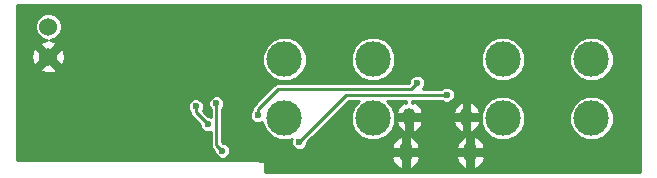
<source format=gbr>
G04 #@! TF.FileFunction,Copper,L2,Bot,Signal*
%FSLAX46Y46*%
G04 Gerber Fmt 4.6, Leading zero omitted, Abs format (unit mm)*
G04 Created by KiCad (PCBNEW 4.0.6) date 04/12/18 14:55:28*
%MOMM*%
%LPD*%
G01*
G04 APERTURE LIST*
%ADD10C,0.100000*%
%ADD11O,1.100000X1.500000*%
%ADD12O,1.200000X1.700000*%
%ADD13C,1.524000*%
%ADD14C,3.000000*%
%ADD15C,1.000000*%
%ADD16C,0.600000*%
%ADD17C,1.200000*%
%ADD18C,0.250000*%
%ADD19C,0.254000*%
G04 APERTURE END LIST*
D10*
D11*
X147830000Y-110130000D03*
X152670000Y-110130000D03*
D12*
X147520000Y-113130000D03*
X152980000Y-113130000D03*
D13*
X117250000Y-105040000D03*
X117250000Y-102500000D03*
D14*
X155750000Y-110250000D03*
X155750000Y-105250000D03*
X163250000Y-105250000D03*
X163250000Y-110250000D03*
X137250000Y-110250000D03*
X137250000Y-105250000D03*
X144750000Y-105250000D03*
X144750000Y-110250000D03*
D15*
X153250000Y-106250000D03*
X122750000Y-111250000D03*
D16*
X133750000Y-112000000D03*
D15*
X129750000Y-105500000D03*
D17*
X116000000Y-110750000D03*
D15*
X123000000Y-105500000D03*
X123000000Y-102750000D03*
D16*
X148500000Y-107250000D03*
X135000000Y-110000000D03*
X151000000Y-108250000D03*
X138500000Y-112250000D03*
X131500000Y-109000000D03*
X132000000Y-113000000D03*
X130750000Y-110750000D03*
X129750000Y-109250000D03*
D18*
X148500000Y-107250000D02*
X148000000Y-107750000D01*
X148000000Y-107750000D02*
X136750000Y-107750000D01*
X136750000Y-107750000D02*
X136500000Y-108000000D01*
X135000000Y-109500000D02*
X136500000Y-108000000D01*
X135000000Y-110000000D02*
X135000000Y-109500000D01*
X145250000Y-108250000D02*
X151000000Y-108250000D01*
X138500000Y-112250000D02*
X142500000Y-108250000D01*
X142500000Y-108250000D02*
X145250000Y-108250000D01*
X131500000Y-112500000D02*
X131500000Y-109000000D01*
X132000000Y-113000000D02*
X131500000Y-112500000D01*
X130750000Y-110750000D02*
X129750000Y-109750000D01*
X129750000Y-109750000D02*
X129750000Y-109250000D01*
D19*
G36*
X167373000Y-114823000D02*
X135627000Y-114823000D01*
X135627000Y-114000000D01*
X135616994Y-113950590D01*
X135588553Y-113908965D01*
X135546159Y-113881685D01*
X135500000Y-113873000D01*
X135189592Y-113873000D01*
X135163406Y-113855503D01*
X135000000Y-113823000D01*
X114627000Y-113823000D01*
X114627000Y-109384073D01*
X129072883Y-109384073D01*
X129175733Y-109632989D01*
X129248000Y-109705382D01*
X129248000Y-109749995D01*
X129247999Y-109750000D01*
X129286212Y-109942107D01*
X129395032Y-110104968D01*
X130072971Y-110782907D01*
X130072883Y-110884073D01*
X130175733Y-111132989D01*
X130366010Y-111323598D01*
X130614746Y-111426882D01*
X130884073Y-111427117D01*
X130998000Y-111380043D01*
X130998000Y-112499995D01*
X130997999Y-112500000D01*
X131036212Y-112692107D01*
X131145032Y-112854968D01*
X131322971Y-113032907D01*
X131322883Y-113134073D01*
X131425733Y-113382989D01*
X131616010Y-113573598D01*
X131864746Y-113676882D01*
X132134073Y-113677117D01*
X132382989Y-113574267D01*
X132386008Y-113571253D01*
X146299694Y-113571253D01*
X146465774Y-114023686D01*
X146792350Y-114378123D01*
X147085792Y-114536152D01*
X147272000Y-114427287D01*
X147272000Y-113378000D01*
X147768000Y-113378000D01*
X147768000Y-114427287D01*
X147954208Y-114536152D01*
X148247650Y-114378123D01*
X148574226Y-114023686D01*
X148740306Y-113571253D01*
X151759694Y-113571253D01*
X151925774Y-114023686D01*
X152252350Y-114378123D01*
X152545792Y-114536152D01*
X152732000Y-114427287D01*
X152732000Y-113378000D01*
X153228000Y-113378000D01*
X153228000Y-114427287D01*
X153414208Y-114536152D01*
X153707650Y-114378123D01*
X154034226Y-114023686D01*
X154200306Y-113571253D01*
X154056451Y-113378000D01*
X153228000Y-113378000D01*
X152732000Y-113378000D01*
X151903549Y-113378000D01*
X151759694Y-113571253D01*
X148740306Y-113571253D01*
X148596451Y-113378000D01*
X147768000Y-113378000D01*
X147272000Y-113378000D01*
X146443549Y-113378000D01*
X146299694Y-113571253D01*
X132386008Y-113571253D01*
X132573598Y-113383990D01*
X132676882Y-113135254D01*
X132677117Y-112865927D01*
X132574267Y-112617011D01*
X132383990Y-112426402D01*
X132135254Y-112323118D01*
X132032964Y-112323029D01*
X132002000Y-112292064D01*
X132002000Y-110134073D01*
X134322883Y-110134073D01*
X134425733Y-110382989D01*
X134616010Y-110573598D01*
X134864746Y-110676882D01*
X135134073Y-110677117D01*
X135372713Y-110578513D01*
X135372675Y-110621720D01*
X135657829Y-111311846D01*
X136185376Y-111840316D01*
X136875004Y-112126674D01*
X137621720Y-112127325D01*
X137858524Y-112029480D01*
X137823118Y-112114746D01*
X137822883Y-112384073D01*
X137925733Y-112632989D01*
X138116010Y-112823598D01*
X138364746Y-112926882D01*
X138634073Y-112927117D01*
X138882989Y-112824267D01*
X139018745Y-112688747D01*
X146299694Y-112688747D01*
X146443549Y-112882000D01*
X147272000Y-112882000D01*
X147272000Y-111832713D01*
X147768000Y-111832713D01*
X147768000Y-112882000D01*
X148596451Y-112882000D01*
X148740306Y-112688747D01*
X151759694Y-112688747D01*
X151903549Y-112882000D01*
X152732000Y-112882000D01*
X152732000Y-111832713D01*
X153228000Y-111832713D01*
X153228000Y-112882000D01*
X154056451Y-112882000D01*
X154200306Y-112688747D01*
X154034226Y-112236314D01*
X153707650Y-111881877D01*
X153414208Y-111723848D01*
X153228000Y-111832713D01*
X152732000Y-111832713D01*
X152545792Y-111723848D01*
X152252350Y-111881877D01*
X151925774Y-112236314D01*
X151759694Y-112688747D01*
X148740306Y-112688747D01*
X148574226Y-112236314D01*
X148247650Y-111881877D01*
X147954208Y-111723848D01*
X147768000Y-111832713D01*
X147272000Y-111832713D01*
X147085792Y-111723848D01*
X146792350Y-111881877D01*
X146465774Y-112236314D01*
X146299694Y-112688747D01*
X139018745Y-112688747D01*
X139073598Y-112633990D01*
X139176882Y-112385254D01*
X139176971Y-112282965D01*
X142707935Y-108752000D01*
X143593818Y-108752000D01*
X143159684Y-109185376D01*
X142873326Y-109875004D01*
X142872675Y-110621720D01*
X143157829Y-111311846D01*
X143685376Y-111840316D01*
X144375004Y-112126674D01*
X145121720Y-112127325D01*
X145811846Y-111842171D01*
X146340316Y-111314624D01*
X146626674Y-110624996D01*
X146626728Y-110561997D01*
X146672065Y-110561997D01*
X146848989Y-110987460D01*
X147175263Y-111312830D01*
X147403784Y-111435696D01*
X147582000Y-111325834D01*
X147582000Y-110378000D01*
X148078000Y-110378000D01*
X148078000Y-111325834D01*
X148256216Y-111435696D01*
X148484737Y-111312830D01*
X148811011Y-110987460D01*
X148987935Y-110561997D01*
X151512065Y-110561997D01*
X151688989Y-110987460D01*
X152015263Y-111312830D01*
X152243784Y-111435696D01*
X152422000Y-111325834D01*
X152422000Y-110378000D01*
X152918000Y-110378000D01*
X152918000Y-111325834D01*
X153096216Y-111435696D01*
X153324737Y-111312830D01*
X153651011Y-110987460D01*
X153803099Y-110621720D01*
X153872675Y-110621720D01*
X154157829Y-111311846D01*
X154685376Y-111840316D01*
X155375004Y-112126674D01*
X156121720Y-112127325D01*
X156811846Y-111842171D01*
X157340316Y-111314624D01*
X157626674Y-110624996D01*
X157626676Y-110621720D01*
X161372675Y-110621720D01*
X161657829Y-111311846D01*
X162185376Y-111840316D01*
X162875004Y-112126674D01*
X163621720Y-112127325D01*
X164311846Y-111842171D01*
X164840316Y-111314624D01*
X165126674Y-110624996D01*
X165127325Y-109878280D01*
X164842171Y-109188154D01*
X164314624Y-108659684D01*
X163624996Y-108373326D01*
X162878280Y-108372675D01*
X162188154Y-108657829D01*
X161659684Y-109185376D01*
X161373326Y-109875004D01*
X161372675Y-110621720D01*
X157626676Y-110621720D01*
X157627325Y-109878280D01*
X157342171Y-109188154D01*
X156814624Y-108659684D01*
X156124996Y-108373326D01*
X155378280Y-108372675D01*
X154688154Y-108657829D01*
X154159684Y-109185376D01*
X153873326Y-109875004D01*
X153872675Y-110621720D01*
X153803099Y-110621720D01*
X153827935Y-110561997D01*
X153691221Y-110378000D01*
X152918000Y-110378000D01*
X152422000Y-110378000D01*
X151648779Y-110378000D01*
X151512065Y-110561997D01*
X148987935Y-110561997D01*
X148851221Y-110378000D01*
X148078000Y-110378000D01*
X147582000Y-110378000D01*
X146808779Y-110378000D01*
X146672065Y-110561997D01*
X146626728Y-110561997D01*
X146627325Y-109878280D01*
X146342171Y-109188154D01*
X145906779Y-108752000D01*
X147581998Y-108752000D01*
X147581998Y-108934165D01*
X147403784Y-108824304D01*
X147175263Y-108947170D01*
X146848989Y-109272540D01*
X146672065Y-109698003D01*
X146808779Y-109882000D01*
X147582000Y-109882000D01*
X147582000Y-109862000D01*
X148078000Y-109862000D01*
X148078000Y-109882000D01*
X148851221Y-109882000D01*
X148987935Y-109698003D01*
X151512065Y-109698003D01*
X151648779Y-109882000D01*
X152422000Y-109882000D01*
X152422000Y-108934166D01*
X152918000Y-108934166D01*
X152918000Y-109882000D01*
X153691221Y-109882000D01*
X153827935Y-109698003D01*
X153651011Y-109272540D01*
X153324737Y-108947170D01*
X153096216Y-108824304D01*
X152918000Y-108934166D01*
X152422000Y-108934166D01*
X152243784Y-108824304D01*
X152015263Y-108947170D01*
X151688989Y-109272540D01*
X151512065Y-109698003D01*
X148987935Y-109698003D01*
X148811011Y-109272540D01*
X148484737Y-108947170D01*
X148256216Y-108824304D01*
X148078002Y-108934165D01*
X148078002Y-108752000D01*
X150544537Y-108752000D01*
X150616010Y-108823598D01*
X150864746Y-108926882D01*
X151134073Y-108927117D01*
X151382989Y-108824267D01*
X151573598Y-108633990D01*
X151676882Y-108385254D01*
X151677117Y-108115927D01*
X151574267Y-107867011D01*
X151383990Y-107676402D01*
X151135254Y-107573118D01*
X150865927Y-107572883D01*
X150617011Y-107675733D01*
X150544618Y-107748000D01*
X148959389Y-107748000D01*
X149073598Y-107633990D01*
X149176882Y-107385254D01*
X149177117Y-107115927D01*
X149074267Y-106867011D01*
X148883990Y-106676402D01*
X148635254Y-106573118D01*
X148365927Y-106572883D01*
X148117011Y-106675733D01*
X147926402Y-106866010D01*
X147823118Y-107114746D01*
X147823029Y-107217036D01*
X147792064Y-107248000D01*
X136750000Y-107248000D01*
X136557892Y-107286212D01*
X136492660Y-107329800D01*
X136395032Y-107395032D01*
X136395030Y-107395035D01*
X136145032Y-107645032D01*
X136145030Y-107645035D01*
X134645032Y-109145032D01*
X134536212Y-109307893D01*
X134497999Y-109500000D01*
X134498000Y-109500005D01*
X134498000Y-109544537D01*
X134426402Y-109616010D01*
X134323118Y-109864746D01*
X134322883Y-110134073D01*
X132002000Y-110134073D01*
X132002000Y-109455463D01*
X132073598Y-109383990D01*
X132176882Y-109135254D01*
X132177117Y-108865927D01*
X132074267Y-108617011D01*
X131883990Y-108426402D01*
X131635254Y-108323118D01*
X131365927Y-108322883D01*
X131117011Y-108425733D01*
X130926402Y-108616010D01*
X130823118Y-108864746D01*
X130822883Y-109134073D01*
X130925733Y-109382989D01*
X130998000Y-109455382D01*
X130998000Y-110119934D01*
X130885254Y-110073118D01*
X130782964Y-110073029D01*
X130329562Y-109619626D01*
X130426882Y-109385254D01*
X130427117Y-109115927D01*
X130324267Y-108867011D01*
X130133990Y-108676402D01*
X129885254Y-108573118D01*
X129615927Y-108572883D01*
X129367011Y-108675733D01*
X129176402Y-108866010D01*
X129073118Y-109114746D01*
X129072883Y-109384073D01*
X114627000Y-109384073D01*
X114627000Y-106092941D01*
X116547784Y-106092941D01*
X116626201Y-106320509D01*
X117163714Y-106461753D01*
X117714364Y-106386549D01*
X117873799Y-106320509D01*
X117952216Y-106092941D01*
X117250000Y-105390725D01*
X116547784Y-106092941D01*
X114627000Y-106092941D01*
X114627000Y-104953714D01*
X115828247Y-104953714D01*
X115903451Y-105504364D01*
X115969491Y-105663799D01*
X116197059Y-105742216D01*
X116899275Y-105040000D01*
X117600725Y-105040000D01*
X118302941Y-105742216D01*
X118530509Y-105663799D01*
X118541566Y-105621720D01*
X135372675Y-105621720D01*
X135657829Y-106311846D01*
X136185376Y-106840316D01*
X136875004Y-107126674D01*
X137621720Y-107127325D01*
X138311846Y-106842171D01*
X138840316Y-106314624D01*
X139126674Y-105624996D01*
X139126676Y-105621720D01*
X142872675Y-105621720D01*
X143157829Y-106311846D01*
X143685376Y-106840316D01*
X144375004Y-107126674D01*
X145121720Y-107127325D01*
X145811846Y-106842171D01*
X146340316Y-106314624D01*
X146626674Y-105624996D01*
X146626676Y-105621720D01*
X153872675Y-105621720D01*
X154157829Y-106311846D01*
X154685376Y-106840316D01*
X155375004Y-107126674D01*
X156121720Y-107127325D01*
X156811846Y-106842171D01*
X157340316Y-106314624D01*
X157626674Y-105624996D01*
X157626676Y-105621720D01*
X161372675Y-105621720D01*
X161657829Y-106311846D01*
X162185376Y-106840316D01*
X162875004Y-107126674D01*
X163621720Y-107127325D01*
X164311846Y-106842171D01*
X164840316Y-106314624D01*
X165126674Y-105624996D01*
X165127325Y-104878280D01*
X164842171Y-104188154D01*
X164314624Y-103659684D01*
X163624996Y-103373326D01*
X162878280Y-103372675D01*
X162188154Y-103657829D01*
X161659684Y-104185376D01*
X161373326Y-104875004D01*
X161372675Y-105621720D01*
X157626676Y-105621720D01*
X157627325Y-104878280D01*
X157342171Y-104188154D01*
X156814624Y-103659684D01*
X156124996Y-103373326D01*
X155378280Y-103372675D01*
X154688154Y-103657829D01*
X154159684Y-104185376D01*
X153873326Y-104875004D01*
X153872675Y-105621720D01*
X146626676Y-105621720D01*
X146627325Y-104878280D01*
X146342171Y-104188154D01*
X145814624Y-103659684D01*
X145124996Y-103373326D01*
X144378280Y-103372675D01*
X143688154Y-103657829D01*
X143159684Y-104185376D01*
X142873326Y-104875004D01*
X142872675Y-105621720D01*
X139126676Y-105621720D01*
X139127325Y-104878280D01*
X138842171Y-104188154D01*
X138314624Y-103659684D01*
X137624996Y-103373326D01*
X136878280Y-103372675D01*
X136188154Y-103657829D01*
X135659684Y-104185376D01*
X135373326Y-104875004D01*
X135372675Y-105621720D01*
X118541566Y-105621720D01*
X118671753Y-105126286D01*
X118596549Y-104575636D01*
X118530509Y-104416201D01*
X118302941Y-104337784D01*
X117600725Y-105040000D01*
X116899275Y-105040000D01*
X116197059Y-104337784D01*
X115969491Y-104416201D01*
X115828247Y-104953714D01*
X114627000Y-104953714D01*
X114627000Y-102725567D01*
X116110803Y-102725567D01*
X116283840Y-103144349D01*
X116603966Y-103465034D01*
X117022445Y-103638802D01*
X117184745Y-103638943D01*
X116785636Y-103693451D01*
X116626201Y-103759491D01*
X116547784Y-103987059D01*
X117250000Y-104689275D01*
X117952216Y-103987059D01*
X117873799Y-103759491D01*
X117415814Y-103639145D01*
X117475567Y-103639197D01*
X117894349Y-103466160D01*
X118215034Y-103146034D01*
X118388802Y-102727555D01*
X118389197Y-102274433D01*
X118216160Y-101855651D01*
X117896034Y-101534966D01*
X117477555Y-101361198D01*
X117024433Y-101360803D01*
X116605651Y-101533840D01*
X116284966Y-101853966D01*
X116111198Y-102272445D01*
X116110803Y-102725567D01*
X114627000Y-102725567D01*
X114627000Y-100677000D01*
X167373000Y-100677000D01*
X167373000Y-114823000D01*
X167373000Y-114823000D01*
G37*
X167373000Y-114823000D02*
X135627000Y-114823000D01*
X135627000Y-114000000D01*
X135616994Y-113950590D01*
X135588553Y-113908965D01*
X135546159Y-113881685D01*
X135500000Y-113873000D01*
X135189592Y-113873000D01*
X135163406Y-113855503D01*
X135000000Y-113823000D01*
X114627000Y-113823000D01*
X114627000Y-109384073D01*
X129072883Y-109384073D01*
X129175733Y-109632989D01*
X129248000Y-109705382D01*
X129248000Y-109749995D01*
X129247999Y-109750000D01*
X129286212Y-109942107D01*
X129395032Y-110104968D01*
X130072971Y-110782907D01*
X130072883Y-110884073D01*
X130175733Y-111132989D01*
X130366010Y-111323598D01*
X130614746Y-111426882D01*
X130884073Y-111427117D01*
X130998000Y-111380043D01*
X130998000Y-112499995D01*
X130997999Y-112500000D01*
X131036212Y-112692107D01*
X131145032Y-112854968D01*
X131322971Y-113032907D01*
X131322883Y-113134073D01*
X131425733Y-113382989D01*
X131616010Y-113573598D01*
X131864746Y-113676882D01*
X132134073Y-113677117D01*
X132382989Y-113574267D01*
X132386008Y-113571253D01*
X146299694Y-113571253D01*
X146465774Y-114023686D01*
X146792350Y-114378123D01*
X147085792Y-114536152D01*
X147272000Y-114427287D01*
X147272000Y-113378000D01*
X147768000Y-113378000D01*
X147768000Y-114427287D01*
X147954208Y-114536152D01*
X148247650Y-114378123D01*
X148574226Y-114023686D01*
X148740306Y-113571253D01*
X151759694Y-113571253D01*
X151925774Y-114023686D01*
X152252350Y-114378123D01*
X152545792Y-114536152D01*
X152732000Y-114427287D01*
X152732000Y-113378000D01*
X153228000Y-113378000D01*
X153228000Y-114427287D01*
X153414208Y-114536152D01*
X153707650Y-114378123D01*
X154034226Y-114023686D01*
X154200306Y-113571253D01*
X154056451Y-113378000D01*
X153228000Y-113378000D01*
X152732000Y-113378000D01*
X151903549Y-113378000D01*
X151759694Y-113571253D01*
X148740306Y-113571253D01*
X148596451Y-113378000D01*
X147768000Y-113378000D01*
X147272000Y-113378000D01*
X146443549Y-113378000D01*
X146299694Y-113571253D01*
X132386008Y-113571253D01*
X132573598Y-113383990D01*
X132676882Y-113135254D01*
X132677117Y-112865927D01*
X132574267Y-112617011D01*
X132383990Y-112426402D01*
X132135254Y-112323118D01*
X132032964Y-112323029D01*
X132002000Y-112292064D01*
X132002000Y-110134073D01*
X134322883Y-110134073D01*
X134425733Y-110382989D01*
X134616010Y-110573598D01*
X134864746Y-110676882D01*
X135134073Y-110677117D01*
X135372713Y-110578513D01*
X135372675Y-110621720D01*
X135657829Y-111311846D01*
X136185376Y-111840316D01*
X136875004Y-112126674D01*
X137621720Y-112127325D01*
X137858524Y-112029480D01*
X137823118Y-112114746D01*
X137822883Y-112384073D01*
X137925733Y-112632989D01*
X138116010Y-112823598D01*
X138364746Y-112926882D01*
X138634073Y-112927117D01*
X138882989Y-112824267D01*
X139018745Y-112688747D01*
X146299694Y-112688747D01*
X146443549Y-112882000D01*
X147272000Y-112882000D01*
X147272000Y-111832713D01*
X147768000Y-111832713D01*
X147768000Y-112882000D01*
X148596451Y-112882000D01*
X148740306Y-112688747D01*
X151759694Y-112688747D01*
X151903549Y-112882000D01*
X152732000Y-112882000D01*
X152732000Y-111832713D01*
X153228000Y-111832713D01*
X153228000Y-112882000D01*
X154056451Y-112882000D01*
X154200306Y-112688747D01*
X154034226Y-112236314D01*
X153707650Y-111881877D01*
X153414208Y-111723848D01*
X153228000Y-111832713D01*
X152732000Y-111832713D01*
X152545792Y-111723848D01*
X152252350Y-111881877D01*
X151925774Y-112236314D01*
X151759694Y-112688747D01*
X148740306Y-112688747D01*
X148574226Y-112236314D01*
X148247650Y-111881877D01*
X147954208Y-111723848D01*
X147768000Y-111832713D01*
X147272000Y-111832713D01*
X147085792Y-111723848D01*
X146792350Y-111881877D01*
X146465774Y-112236314D01*
X146299694Y-112688747D01*
X139018745Y-112688747D01*
X139073598Y-112633990D01*
X139176882Y-112385254D01*
X139176971Y-112282965D01*
X142707935Y-108752000D01*
X143593818Y-108752000D01*
X143159684Y-109185376D01*
X142873326Y-109875004D01*
X142872675Y-110621720D01*
X143157829Y-111311846D01*
X143685376Y-111840316D01*
X144375004Y-112126674D01*
X145121720Y-112127325D01*
X145811846Y-111842171D01*
X146340316Y-111314624D01*
X146626674Y-110624996D01*
X146626728Y-110561997D01*
X146672065Y-110561997D01*
X146848989Y-110987460D01*
X147175263Y-111312830D01*
X147403784Y-111435696D01*
X147582000Y-111325834D01*
X147582000Y-110378000D01*
X148078000Y-110378000D01*
X148078000Y-111325834D01*
X148256216Y-111435696D01*
X148484737Y-111312830D01*
X148811011Y-110987460D01*
X148987935Y-110561997D01*
X151512065Y-110561997D01*
X151688989Y-110987460D01*
X152015263Y-111312830D01*
X152243784Y-111435696D01*
X152422000Y-111325834D01*
X152422000Y-110378000D01*
X152918000Y-110378000D01*
X152918000Y-111325834D01*
X153096216Y-111435696D01*
X153324737Y-111312830D01*
X153651011Y-110987460D01*
X153803099Y-110621720D01*
X153872675Y-110621720D01*
X154157829Y-111311846D01*
X154685376Y-111840316D01*
X155375004Y-112126674D01*
X156121720Y-112127325D01*
X156811846Y-111842171D01*
X157340316Y-111314624D01*
X157626674Y-110624996D01*
X157626676Y-110621720D01*
X161372675Y-110621720D01*
X161657829Y-111311846D01*
X162185376Y-111840316D01*
X162875004Y-112126674D01*
X163621720Y-112127325D01*
X164311846Y-111842171D01*
X164840316Y-111314624D01*
X165126674Y-110624996D01*
X165127325Y-109878280D01*
X164842171Y-109188154D01*
X164314624Y-108659684D01*
X163624996Y-108373326D01*
X162878280Y-108372675D01*
X162188154Y-108657829D01*
X161659684Y-109185376D01*
X161373326Y-109875004D01*
X161372675Y-110621720D01*
X157626676Y-110621720D01*
X157627325Y-109878280D01*
X157342171Y-109188154D01*
X156814624Y-108659684D01*
X156124996Y-108373326D01*
X155378280Y-108372675D01*
X154688154Y-108657829D01*
X154159684Y-109185376D01*
X153873326Y-109875004D01*
X153872675Y-110621720D01*
X153803099Y-110621720D01*
X153827935Y-110561997D01*
X153691221Y-110378000D01*
X152918000Y-110378000D01*
X152422000Y-110378000D01*
X151648779Y-110378000D01*
X151512065Y-110561997D01*
X148987935Y-110561997D01*
X148851221Y-110378000D01*
X148078000Y-110378000D01*
X147582000Y-110378000D01*
X146808779Y-110378000D01*
X146672065Y-110561997D01*
X146626728Y-110561997D01*
X146627325Y-109878280D01*
X146342171Y-109188154D01*
X145906779Y-108752000D01*
X147581998Y-108752000D01*
X147581998Y-108934165D01*
X147403784Y-108824304D01*
X147175263Y-108947170D01*
X146848989Y-109272540D01*
X146672065Y-109698003D01*
X146808779Y-109882000D01*
X147582000Y-109882000D01*
X147582000Y-109862000D01*
X148078000Y-109862000D01*
X148078000Y-109882000D01*
X148851221Y-109882000D01*
X148987935Y-109698003D01*
X151512065Y-109698003D01*
X151648779Y-109882000D01*
X152422000Y-109882000D01*
X152422000Y-108934166D01*
X152918000Y-108934166D01*
X152918000Y-109882000D01*
X153691221Y-109882000D01*
X153827935Y-109698003D01*
X153651011Y-109272540D01*
X153324737Y-108947170D01*
X153096216Y-108824304D01*
X152918000Y-108934166D01*
X152422000Y-108934166D01*
X152243784Y-108824304D01*
X152015263Y-108947170D01*
X151688989Y-109272540D01*
X151512065Y-109698003D01*
X148987935Y-109698003D01*
X148811011Y-109272540D01*
X148484737Y-108947170D01*
X148256216Y-108824304D01*
X148078002Y-108934165D01*
X148078002Y-108752000D01*
X150544537Y-108752000D01*
X150616010Y-108823598D01*
X150864746Y-108926882D01*
X151134073Y-108927117D01*
X151382989Y-108824267D01*
X151573598Y-108633990D01*
X151676882Y-108385254D01*
X151677117Y-108115927D01*
X151574267Y-107867011D01*
X151383990Y-107676402D01*
X151135254Y-107573118D01*
X150865927Y-107572883D01*
X150617011Y-107675733D01*
X150544618Y-107748000D01*
X148959389Y-107748000D01*
X149073598Y-107633990D01*
X149176882Y-107385254D01*
X149177117Y-107115927D01*
X149074267Y-106867011D01*
X148883990Y-106676402D01*
X148635254Y-106573118D01*
X148365927Y-106572883D01*
X148117011Y-106675733D01*
X147926402Y-106866010D01*
X147823118Y-107114746D01*
X147823029Y-107217036D01*
X147792064Y-107248000D01*
X136750000Y-107248000D01*
X136557892Y-107286212D01*
X136492660Y-107329800D01*
X136395032Y-107395032D01*
X136395030Y-107395035D01*
X136145032Y-107645032D01*
X136145030Y-107645035D01*
X134645032Y-109145032D01*
X134536212Y-109307893D01*
X134497999Y-109500000D01*
X134498000Y-109500005D01*
X134498000Y-109544537D01*
X134426402Y-109616010D01*
X134323118Y-109864746D01*
X134322883Y-110134073D01*
X132002000Y-110134073D01*
X132002000Y-109455463D01*
X132073598Y-109383990D01*
X132176882Y-109135254D01*
X132177117Y-108865927D01*
X132074267Y-108617011D01*
X131883990Y-108426402D01*
X131635254Y-108323118D01*
X131365927Y-108322883D01*
X131117011Y-108425733D01*
X130926402Y-108616010D01*
X130823118Y-108864746D01*
X130822883Y-109134073D01*
X130925733Y-109382989D01*
X130998000Y-109455382D01*
X130998000Y-110119934D01*
X130885254Y-110073118D01*
X130782964Y-110073029D01*
X130329562Y-109619626D01*
X130426882Y-109385254D01*
X130427117Y-109115927D01*
X130324267Y-108867011D01*
X130133990Y-108676402D01*
X129885254Y-108573118D01*
X129615927Y-108572883D01*
X129367011Y-108675733D01*
X129176402Y-108866010D01*
X129073118Y-109114746D01*
X129072883Y-109384073D01*
X114627000Y-109384073D01*
X114627000Y-106092941D01*
X116547784Y-106092941D01*
X116626201Y-106320509D01*
X117163714Y-106461753D01*
X117714364Y-106386549D01*
X117873799Y-106320509D01*
X117952216Y-106092941D01*
X117250000Y-105390725D01*
X116547784Y-106092941D01*
X114627000Y-106092941D01*
X114627000Y-104953714D01*
X115828247Y-104953714D01*
X115903451Y-105504364D01*
X115969491Y-105663799D01*
X116197059Y-105742216D01*
X116899275Y-105040000D01*
X117600725Y-105040000D01*
X118302941Y-105742216D01*
X118530509Y-105663799D01*
X118541566Y-105621720D01*
X135372675Y-105621720D01*
X135657829Y-106311846D01*
X136185376Y-106840316D01*
X136875004Y-107126674D01*
X137621720Y-107127325D01*
X138311846Y-106842171D01*
X138840316Y-106314624D01*
X139126674Y-105624996D01*
X139126676Y-105621720D01*
X142872675Y-105621720D01*
X143157829Y-106311846D01*
X143685376Y-106840316D01*
X144375004Y-107126674D01*
X145121720Y-107127325D01*
X145811846Y-106842171D01*
X146340316Y-106314624D01*
X146626674Y-105624996D01*
X146626676Y-105621720D01*
X153872675Y-105621720D01*
X154157829Y-106311846D01*
X154685376Y-106840316D01*
X155375004Y-107126674D01*
X156121720Y-107127325D01*
X156811846Y-106842171D01*
X157340316Y-106314624D01*
X157626674Y-105624996D01*
X157626676Y-105621720D01*
X161372675Y-105621720D01*
X161657829Y-106311846D01*
X162185376Y-106840316D01*
X162875004Y-107126674D01*
X163621720Y-107127325D01*
X164311846Y-106842171D01*
X164840316Y-106314624D01*
X165126674Y-105624996D01*
X165127325Y-104878280D01*
X164842171Y-104188154D01*
X164314624Y-103659684D01*
X163624996Y-103373326D01*
X162878280Y-103372675D01*
X162188154Y-103657829D01*
X161659684Y-104185376D01*
X161373326Y-104875004D01*
X161372675Y-105621720D01*
X157626676Y-105621720D01*
X157627325Y-104878280D01*
X157342171Y-104188154D01*
X156814624Y-103659684D01*
X156124996Y-103373326D01*
X155378280Y-103372675D01*
X154688154Y-103657829D01*
X154159684Y-104185376D01*
X153873326Y-104875004D01*
X153872675Y-105621720D01*
X146626676Y-105621720D01*
X146627325Y-104878280D01*
X146342171Y-104188154D01*
X145814624Y-103659684D01*
X145124996Y-103373326D01*
X144378280Y-103372675D01*
X143688154Y-103657829D01*
X143159684Y-104185376D01*
X142873326Y-104875004D01*
X142872675Y-105621720D01*
X139126676Y-105621720D01*
X139127325Y-104878280D01*
X138842171Y-104188154D01*
X138314624Y-103659684D01*
X137624996Y-103373326D01*
X136878280Y-103372675D01*
X136188154Y-103657829D01*
X135659684Y-104185376D01*
X135373326Y-104875004D01*
X135372675Y-105621720D01*
X118541566Y-105621720D01*
X118671753Y-105126286D01*
X118596549Y-104575636D01*
X118530509Y-104416201D01*
X118302941Y-104337784D01*
X117600725Y-105040000D01*
X116899275Y-105040000D01*
X116197059Y-104337784D01*
X115969491Y-104416201D01*
X115828247Y-104953714D01*
X114627000Y-104953714D01*
X114627000Y-102725567D01*
X116110803Y-102725567D01*
X116283840Y-103144349D01*
X116603966Y-103465034D01*
X117022445Y-103638802D01*
X117184745Y-103638943D01*
X116785636Y-103693451D01*
X116626201Y-103759491D01*
X116547784Y-103987059D01*
X117250000Y-104689275D01*
X117952216Y-103987059D01*
X117873799Y-103759491D01*
X117415814Y-103639145D01*
X117475567Y-103639197D01*
X117894349Y-103466160D01*
X118215034Y-103146034D01*
X118388802Y-102727555D01*
X118389197Y-102274433D01*
X118216160Y-101855651D01*
X117896034Y-101534966D01*
X117477555Y-101361198D01*
X117024433Y-101360803D01*
X116605651Y-101533840D01*
X116284966Y-101853966D01*
X116111198Y-102272445D01*
X116110803Y-102725567D01*
X114627000Y-102725567D01*
X114627000Y-100677000D01*
X167373000Y-100677000D01*
X167373000Y-114823000D01*
M02*

</source>
